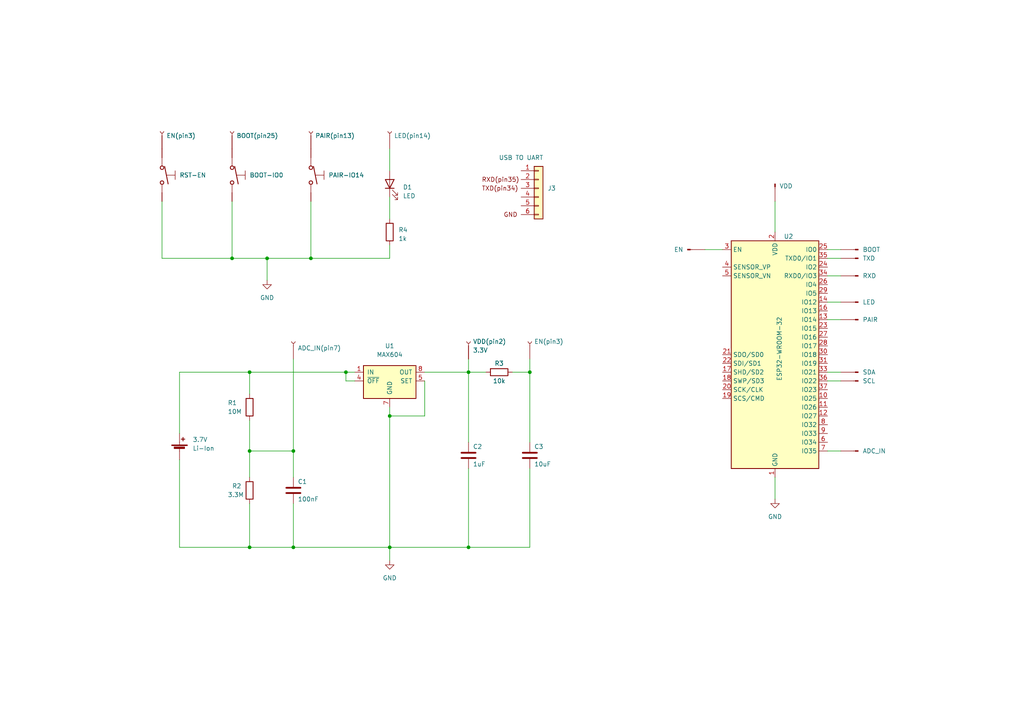
<source format=kicad_sch>
(kicad_sch (version 20230121) (generator eeschema)

  (uuid 59e138e6-7a4f-4e45-aef3-bc79353c10e7)

  (paper "A4")

  (title_block
    (title "airsens V3.0 proto")
    (date "2023-05-27")
    (rev "V3.0")
    (company "JOM52")
    (comment 1 "Nouvelle version avec association semi-automatique")
  )

  (lib_symbols
    (symbol "Analog_Switch:ADG417BR" (pin_names (offset 0.254)) (in_bom yes) (on_board yes)
      (property "Reference" "U?" (at 1.2701 -3.81 90)
        (effects (font (size 1.27 1.27)) (justify left) hide)
      )
      (property "Value" "ADG417BR" (at 8.89 -6.35 90)
        (effects (font (size 1.27 1.27)) (justify left) hide)
      )
      (property "Footprint" "Package_SO:SOIC-8_3.9x4.9mm_P1.27mm" (at -5.08 2.54 0)
        (effects (font (size 1.27 1.27)) hide)
      )
      (property "Datasheet" "https://www.analog.com/media/en/technical-documentation/data-sheets/ADG417.pdf" (at -7.62 -1.27 0)
        (effects (font (size 1.27 1.27)) hide)
      )
      (property "ki_keywords" "CMOS Analog Switch" (at 0 0 0)
        (effects (font (size 1.27 1.27)) hide)
      )
      (property "ki_description" "Single SPST Monolithic LC²MOS Analog Switch, normally OFF, 25Ohm Ron, SOIC-8" (at 0 0 0)
        (effects (font (size 1.27 1.27)) hide)
      )
      (property "ki_fp_filters" "SOIC*3.9x4.9mm*P1.27mm*" (at 0 0 0)
        (effects (font (size 1.27 1.27)) hide)
      )
      (symbol "ADG417BR_0_1"
        (polyline
          (pts
            (xy 0 1.27)
            (xy 0 3.81)
            (xy -1.27 3.81)
            (xy 1.27 3.81)
          )
          (stroke (width 0) (type default))
          (fill (type none))
        )
      )
      (symbol "ADG417BR_1_1"
        (circle (center -2.159 0) (radius 0.508)
          (stroke (width 0.254) (type default))
          (fill (type none))
        )
        (polyline
          (pts
            (xy -5.08 0)
            (xy -2.794 0)
          )
          (stroke (width 0) (type default))
          (fill (type none))
        )
        (polyline
          (pts
            (xy -2.54 0.762)
            (xy 2.54 1.778)
          )
          (stroke (width 0.254) (type default))
          (fill (type none))
        )
        (polyline
          (pts
            (xy 5.08 0)
            (xy 2.794 0)
          )
          (stroke (width 0) (type default))
          (fill (type none))
        )
        (circle (center 2.159 0) (radius 0.508)
          (stroke (width 0.254) (type default))
          (fill (type none))
        )
        (pin passive line (at -7.62 0 0) (length 2.54)
          (name "~" (effects (font (size 1.27 1.27))))
          (number "" (effects (font (size 1.27 1.27))))
        )
        (pin passive line (at 7.62 0 180) (length 2.54)
          (name "~" (effects (font (size 1.27 1.27))))
          (number "" (effects (font (size 1.27 1.27))))
        )
      )
      (symbol "ADG417BR_2_0"
        (pin no_connect line (at -2.54 10.16 270) (length 2.54) hide
          (name "NC" (effects (font (size 1.27 1.27))))
          (number "2" (effects (font (size 1.27 1.27))))
        )
        (pin power_in line (at 0 -12.7 90) (length 2.54)
          (name "GND" (effects (font (size 1.27 1.27))))
          (number "3" (effects (font (size 1.27 1.27))))
        )
        (pin power_in line (at 0 12.7 270) (length 2.54)
          (name "V+" (effects (font (size 1.27 1.27))))
          (number "4" (effects (font (size 1.27 1.27))))
        )
        (pin power_in line (at 2.54 12.7 270) (length 2.54)
          (name "VL" (effects (font (size 1.27 1.27))))
          (number "5" (effects (font (size 1.27 1.27))))
        )
        (pin power_in line (at 2.54 -12.7 90) (length 2.54)
          (name "V-" (effects (font (size 1.27 1.27))))
          (number "7" (effects (font (size 1.27 1.27))))
        )
      )
      (symbol "ADG417BR_2_1"
        (rectangle (start -3.81 10.16) (end 6.35 -10.16)
          (stroke (width 0.254) (type default))
          (fill (type background))
        )
      )
    )
    (symbol "Conn_01x01_Female_1" (pin_numbers hide) (pin_names (offset 1.016) hide) (in_bom yes) (on_board yes)
      (property "Reference" "J" (at 0 2.54 0)
        (effects (font (size 1.27 1.27)))
      )
      (property "Value" "Conn_01x01_Female_1" (at 0 -2.54 0)
        (effects (font (size 1.27 1.27)))
      )
      (property "Footprint" "" (at 0 0 0)
        (effects (font (size 1.27 1.27)) hide)
      )
      (property "Datasheet" "~" (at 0 0 0)
        (effects (font (size 1.27 1.27)) hide)
      )
      (property "ki_keywords" "connector" (at 0 0 0)
        (effects (font (size 1.27 1.27)) hide)
      )
      (property "ki_description" "Generic connector, single row, 01x01, script generated (kicad-library-utils/schlib/autogen/connector/)" (at 0 0 0)
        (effects (font (size 1.27 1.27)) hide)
      )
      (property "ki_fp_filters" "Connector*:*" (at 0 0 0)
        (effects (font (size 1.27 1.27)) hide)
      )
      (symbol "Conn_01x01_Female_1_1_1"
        (polyline
          (pts
            (xy -1.27 0)
            (xy -0.508 0)
          )
          (stroke (width 0.1524) (type default))
          (fill (type none))
        )
        (arc (start 0 0.508) (mid -0.5058 0) (end 0 -0.508)
          (stroke (width 0.1524) (type default))
          (fill (type none))
        )
        (pin passive line (at -5.08 0 0) (length 3.81)
          (name "Pin_1" (effects (font (size 1.27 1.27))))
          (number "1" (effects (font (size 1.27 1.27))))
        )
      )
    )
    (symbol "Conn_01x01_Female_2" (pin_numbers hide) (pin_names (offset 1.016) hide) (in_bom yes) (on_board yes)
      (property "Reference" "J" (at 0 2.54 0)
        (effects (font (size 1.27 1.27)))
      )
      (property "Value" "Conn_01x01_Female_2" (at 0 -2.54 0)
        (effects (font (size 1.27 1.27)))
      )
      (property "Footprint" "" (at 0 0 0)
        (effects (font (size 1.27 1.27)) hide)
      )
      (property "Datasheet" "~" (at 0 0 0)
        (effects (font (size 1.27 1.27)) hide)
      )
      (property "ki_keywords" "connector" (at 0 0 0)
        (effects (font (size 1.27 1.27)) hide)
      )
      (property "ki_description" "Generic connector, single row, 01x01, script generated (kicad-library-utils/schlib/autogen/connector/)" (at 0 0 0)
        (effects (font (size 1.27 1.27)) hide)
      )
      (property "ki_fp_filters" "Connector*:*" (at 0 0 0)
        (effects (font (size 1.27 1.27)) hide)
      )
      (symbol "Conn_01x01_Female_2_1_1"
        (polyline
          (pts
            (xy -1.27 0)
            (xy -0.508 0)
          )
          (stroke (width 0.1524) (type default))
          (fill (type none))
        )
        (arc (start 0 0.508) (mid -0.5058 0) (end 0 -0.508)
          (stroke (width 0.1524) (type default))
          (fill (type none))
        )
        (pin passive line (at -5.08 0 0) (length 3.81)
          (name "Pin_1" (effects (font (size 1.27 1.27))))
          (number "1" (effects (font (size 1.27 1.27))))
        )
      )
    )
    (symbol "Conn_01x01_Male_1" (pin_numbers hide) (pin_names (offset 1.016) hide) (in_bom yes) (on_board yes)
      (property "Reference" "J" (at 0 2.54 0)
        (effects (font (size 1.27 1.27)))
      )
      (property "Value" "Conn_01x01_Male_1" (at 0 -2.54 0)
        (effects (font (size 1.27 1.27)))
      )
      (property "Footprint" "" (at 0 0 0)
        (effects (font (size 1.27 1.27)) hide)
      )
      (property "Datasheet" "~" (at 0 0 0)
        (effects (font (size 1.27 1.27)) hide)
      )
      (property "ki_keywords" "connector" (at 0 0 0)
        (effects (font (size 1.27 1.27)) hide)
      )
      (property "ki_description" "Generic connector, single row, 01x01, script generated (kicad-library-utils/schlib/autogen/connector/)" (at 0 0 0)
        (effects (font (size 1.27 1.27)) hide)
      )
      (property "ki_fp_filters" "Connector*:*" (at 0 0 0)
        (effects (font (size 1.27 1.27)) hide)
      )
      (symbol "Conn_01x01_Male_1_1_1"
        (polyline
          (pts
            (xy 1.27 0)
            (xy 0.8636 0)
          )
          (stroke (width 0.1524) (type default))
          (fill (type none))
        )
        (rectangle (start 0.8636 0.127) (end 0 -0.127)
          (stroke (width 0.1524) (type default))
          (fill (type outline))
        )
        (pin passive line (at 5.08 0 180) (length 3.81)
          (name "Pin_1" (effects (font (size 1.27 1.27))))
          (number "1" (effects (font (size 1.27 1.27))))
        )
      )
    )
    (symbol "Conn_01x01_Male_3" (pin_numbers hide) (pin_names (offset 1.016) hide) (in_bom yes) (on_board yes)
      (property "Reference" "J" (at 0 2.54 0)
        (effects (font (size 1.27 1.27)))
      )
      (property "Value" "Conn_01x01_Male_3" (at 0 -2.54 0)
        (effects (font (size 1.27 1.27)))
      )
      (property "Footprint" "" (at 0 0 0)
        (effects (font (size 1.27 1.27)) hide)
      )
      (property "Datasheet" "~" (at 0 0 0)
        (effects (font (size 1.27 1.27)) hide)
      )
      (property "ki_keywords" "connector" (at 0 0 0)
        (effects (font (size 1.27 1.27)) hide)
      )
      (property "ki_description" "Generic connector, single row, 01x01, script generated (kicad-library-utils/schlib/autogen/connector/)" (at 0 0 0)
        (effects (font (size 1.27 1.27)) hide)
      )
      (property "ki_fp_filters" "Connector*:*" (at 0 0 0)
        (effects (font (size 1.27 1.27)) hide)
      )
      (symbol "Conn_01x01_Male_3_1_1"
        (polyline
          (pts
            (xy 1.27 0)
            (xy 0.8636 0)
          )
          (stroke (width 0.1524) (type default))
          (fill (type none))
        )
        (rectangle (start 0.8636 0.127) (end 0 -0.127)
          (stroke (width 0.1524) (type default))
          (fill (type outline))
        )
        (pin passive line (at 5.08 0 180) (length 3.81)
          (name "Pin_1" (effects (font (size 1.27 1.27))))
          (number "1" (effects (font (size 1.27 1.27))))
        )
      )
    )
    (symbol "Connector:Conn_01x01_Female" (pin_numbers hide) (pin_names (offset 1.016) hide) (in_bom yes) (on_board yes)
      (property "Reference" "J" (at 0 2.54 0)
        (effects (font (size 1.27 1.27)))
      )
      (property "Value" "Conn_01x01_Female" (at 0 -2.54 0)
        (effects (font (size 1.27 1.27)))
      )
      (property "Footprint" "" (at 0 0 0)
        (effects (font (size 1.27 1.27)) hide)
      )
      (property "Datasheet" "~" (at 0 0 0)
        (effects (font (size 1.27 1.27)) hide)
      )
      (property "ki_keywords" "connector" (at 0 0 0)
        (effects (font (size 1.27 1.27)) hide)
      )
      (property "ki_description" "Generic connector, single row, 01x01, script generated (kicad-library-utils/schlib/autogen/connector/)" (at 0 0 0)
        (effects (font (size 1.27 1.27)) hide)
      )
      (property "ki_fp_filters" "Connector*:*" (at 0 0 0)
        (effects (font (size 1.27 1.27)) hide)
      )
      (symbol "Conn_01x01_Female_1_1"
        (polyline
          (pts
            (xy -1.27 0)
            (xy -0.508 0)
          )
          (stroke (width 0.1524) (type default))
          (fill (type none))
        )
        (arc (start 0 0.508) (mid -0.5058 0) (end 0 -0.508)
          (stroke (width 0.1524) (type default))
          (fill (type none))
        )
        (pin passive line (at -5.08 0 0) (length 3.81)
          (name "Pin_1" (effects (font (size 1.27 1.27))))
          (number "1" (effects (font (size 1.27 1.27))))
        )
      )
    )
    (symbol "Connector:Conn_01x01_Male" (pin_numbers hide) (pin_names (offset 1.016) hide) (in_bom yes) (on_board yes)
      (property "Reference" "J" (at 0 2.54 0)
        (effects (font (size 1.27 1.27)))
      )
      (property "Value" "Conn_01x01_Male" (at 0 -2.54 0)
        (effects (font (size 1.27 1.27)))
      )
      (property "Footprint" "" (at 0 0 0)
        (effects (font (size 1.27 1.27)) hide)
      )
      (property "Datasheet" "~" (at 0 0 0)
        (effects (font (size 1.27 1.27)) hide)
      )
      (property "ki_keywords" "connector" (at 0 0 0)
        (effects (font (size 1.27 1.27)) hide)
      )
      (property "ki_description" "Generic connector, single row, 01x01, script generated (kicad-library-utils/schlib/autogen/connector/)" (at 0 0 0)
        (effects (font (size 1.27 1.27)) hide)
      )
      (property "ki_fp_filters" "Connector*:*" (at 0 0 0)
        (effects (font (size 1.27 1.27)) hide)
      )
      (symbol "Conn_01x01_Male_1_1"
        (polyline
          (pts
            (xy 1.27 0)
            (xy 0.8636 0)
          )
          (stroke (width 0.1524) (type default))
          (fill (type none))
        )
        (rectangle (start 0.8636 0.127) (end 0 -0.127)
          (stroke (width 0.1524) (type default))
          (fill (type outline))
        )
        (pin passive line (at 5.08 0 180) (length 3.81)
          (name "Pin_1" (effects (font (size 1.27 1.27))))
          (number "1" (effects (font (size 1.27 1.27))))
        )
      )
    )
    (symbol "Connector_Generic:Conn_01x06" (pin_names (offset 1.016) hide) (in_bom yes) (on_board yes)
      (property "Reference" "J3" (at 3.81 0 0)
        (effects (font (size 1.27 1.27)))
      )
      (property "Value" "USB TO UART" (at -5.08 8.89 0)
        (effects (font (size 1.27 1.27)))
      )
      (property "Footprint" "" (at 0 0 0)
        (effects (font (size 1.27 1.27)) hide)
      )
      (property "Datasheet" "~" (at 0 0 0)
        (effects (font (size 1.27 1.27)) hide)
      )
      (property "ki_keywords" "connector" (at 0 0 0)
        (effects (font (size 1.27 1.27)) hide)
      )
      (property "ki_description" "Generic connector, single row, 01x06, script generated (kicad-library-utils/schlib/autogen/connector/)" (at 0 0 0)
        (effects (font (size 1.27 1.27)) hide)
      )
      (property "ki_fp_filters" "Connector*:*_1x??_*" (at 0 0 0)
        (effects (font (size 1.27 1.27)) hide)
      )
      (symbol "Conn_01x06_0_0"
        (text "GND" (at -10.16 -7.62 0)
          (effects (font (size 1.27 1.27)) (justify left))
        )
        (text "RXD(pin35)" (at -16.51 2.54 0)
          (effects (font (size 1.27 1.27)) (justify left))
        )
        (text "TXD(pin34)" (at -16.51 0 0)
          (effects (font (size 1.27 1.27)) (justify left))
        )
      )
      (symbol "Conn_01x06_1_1"
        (rectangle (start -1.27 -7.493) (end 0 -7.747)
          (stroke (width 0.1524) (type default))
          (fill (type none))
        )
        (rectangle (start -1.27 -4.953) (end 0 -5.207)
          (stroke (width 0.1524) (type default))
          (fill (type none))
        )
        (rectangle (start -1.27 -2.413) (end 0 -2.667)
          (stroke (width 0.1524) (type default))
          (fill (type none))
        )
        (rectangle (start -1.27 0.127) (end 0 -0.127)
          (stroke (width 0.1524) (type default))
          (fill (type none))
        )
        (rectangle (start -1.27 2.667) (end 0 2.413)
          (stroke (width 0.1524) (type default))
          (fill (type none))
        )
        (rectangle (start -1.27 5.207) (end 0 4.953)
          (stroke (width 0.1524) (type default))
          (fill (type none))
        )
        (rectangle (start -1.27 6.35) (end 1.27 -8.89)
          (stroke (width 0.254) (type default))
          (fill (type background))
        )
        (pin passive line (at -5.08 5.08 0) (length 3.81)
          (name "Pin_1" (effects (font (size 1.27 1.27))))
          (number "1" (effects (font (size 1.27 1.27))))
        )
        (pin passive line (at -5.08 2.54 0) (length 3.81)
          (name "Pin_2" (effects (font (size 1.27 1.27))))
          (number "2" (effects (font (size 1.27 1.27))))
        )
        (pin passive line (at -5.08 0 0) (length 3.81)
          (name "Pin_3" (effects (font (size 1.27 1.27))))
          (number "3" (effects (font (size 1.27 1.27))))
        )
        (pin passive line (at -5.08 -2.54 0) (length 3.81)
          (name "Pin_4" (effects (font (size 1.27 1.27))))
          (number "4" (effects (font (size 1.27 1.27))))
        )
        (pin passive line (at -5.08 -5.08 0) (length 3.81)
          (name "Pin_5" (effects (font (size 1.27 1.27))))
          (number "5" (effects (font (size 1.27 1.27))))
        )
        (pin passive line (at -5.08 -7.62 0) (length 3.81)
          (name "Pin_6" (effects (font (size 1.27 1.27))))
          (number "6" (effects (font (size 1.27 1.27))))
        )
      )
    )
    (symbol "Device:Battery_Cell" (pin_numbers hide) (pin_names (offset 0) hide) (in_bom yes) (on_board yes)
      (property "Reference" "BT" (at 2.54 2.54 0)
        (effects (font (size 1.27 1.27)) (justify left))
      )
      (property "Value" "Battery_Cell" (at 2.54 0 0)
        (effects (font (size 1.27 1.27)) (justify left))
      )
      (property "Footprint" "" (at 0 1.524 90)
        (effects (font (size 1.27 1.27)) hide)
      )
      (property "Datasheet" "~" (at 0 1.524 90)
        (effects (font (size 1.27 1.27)) hide)
      )
      (property "ki_keywords" "battery cell" (at 0 0 0)
        (effects (font (size 1.27 1.27)) hide)
      )
      (property "ki_description" "Single-cell battery" (at 0 0 0)
        (effects (font (size 1.27 1.27)) hide)
      )
      (symbol "Battery_Cell_0_1"
        (rectangle (start -2.286 1.778) (end 2.286 1.524)
          (stroke (width 0) (type default))
          (fill (type outline))
        )
        (rectangle (start -1.5748 1.1938) (end 1.4732 0.6858)
          (stroke (width 0) (type default))
          (fill (type outline))
        )
        (polyline
          (pts
            (xy 0 0.762)
            (xy 0 0)
          )
          (stroke (width 0) (type default))
          (fill (type none))
        )
        (polyline
          (pts
            (xy 0 1.778)
            (xy 0 2.54)
          )
          (stroke (width 0) (type default))
          (fill (type none))
        )
        (polyline
          (pts
            (xy 0.508 3.429)
            (xy 1.524 3.429)
          )
          (stroke (width 0.254) (type default))
          (fill (type none))
        )
        (polyline
          (pts
            (xy 1.016 3.937)
            (xy 1.016 2.921)
          )
          (stroke (width 0.254) (type default))
          (fill (type none))
        )
      )
      (symbol "Battery_Cell_1_1"
        (pin passive line (at 0 5.08 270) (length 2.54)
          (name "+" (effects (font (size 1.27 1.27))))
          (number "1" (effects (font (size 1.27 1.27))))
        )
        (pin passive line (at 0 -2.54 90) (length 2.54)
          (name "-" (effects (font (size 1.27 1.27))))
          (number "2" (effects (font (size 1.27 1.27))))
        )
      )
    )
    (symbol "Device:C" (pin_numbers hide) (pin_names (offset 0.254)) (in_bom yes) (on_board yes)
      (property "Reference" "C" (at 0.635 2.54 0)
        (effects (font (size 1.27 1.27)) (justify left))
      )
      (property "Value" "C" (at 0.635 -2.54 0)
        (effects (font (size 1.27 1.27)) (justify left))
      )
      (property "Footprint" "" (at 0.9652 -3.81 0)
        (effects (font (size 1.27 1.27)) hide)
      )
      (property "Datasheet" "~" (at 0 0 0)
        (effects (font (size 1.27 1.27)) hide)
      )
      (property "ki_keywords" "cap capacitor" (at 0 0 0)
        (effects (font (size 1.27 1.27)) hide)
      )
      (property "ki_description" "Unpolarized capacitor" (at 0 0 0)
        (effects (font (size 1.27 1.27)) hide)
      )
      (property "ki_fp_filters" "C_*" (at 0 0 0)
        (effects (font (size 1.27 1.27)) hide)
      )
      (symbol "C_0_1"
        (polyline
          (pts
            (xy -2.032 -0.762)
            (xy 2.032 -0.762)
          )
          (stroke (width 0.508) (type default))
          (fill (type none))
        )
        (polyline
          (pts
            (xy -2.032 0.762)
            (xy 2.032 0.762)
          )
          (stroke (width 0.508) (type default))
          (fill (type none))
        )
      )
      (symbol "C_1_1"
        (pin passive line (at 0 3.81 270) (length 2.794)
          (name "~" (effects (font (size 1.27 1.27))))
          (number "1" (effects (font (size 1.27 1.27))))
        )
        (pin passive line (at 0 -3.81 90) (length 2.794)
          (name "~" (effects (font (size 1.27 1.27))))
          (number "2" (effects (font (size 1.27 1.27))))
        )
      )
    )
    (symbol "Device:LED" (pin_numbers hide) (pin_names (offset 1.016) hide) (in_bom yes) (on_board yes)
      (property "Reference" "D" (at 0 2.54 0)
        (effects (font (size 1.27 1.27)))
      )
      (property "Value" "LED" (at 0 -2.54 0)
        (effects (font (size 1.27 1.27)))
      )
      (property "Footprint" "" (at 0 0 0)
        (effects (font (size 1.27 1.27)) hide)
      )
      (property "Datasheet" "~" (at 0 0 0)
        (effects (font (size 1.27 1.27)) hide)
      )
      (property "ki_keywords" "LED diode" (at 0 0 0)
        (effects (font (size 1.27 1.27)) hide)
      )
      (property "ki_description" "Light emitting diode" (at 0 0 0)
        (effects (font (size 1.27 1.27)) hide)
      )
      (property "ki_fp_filters" "LED* LED_SMD:* LED_THT:*" (at 0 0 0)
        (effects (font (size 1.27 1.27)) hide)
      )
      (symbol "LED_0_1"
        (polyline
          (pts
            (xy -1.27 -1.27)
            (xy -1.27 1.27)
          )
          (stroke (width 0.254) (type default))
          (fill (type none))
        )
        (polyline
          (pts
            (xy -1.27 0)
            (xy 1.27 0)
          )
          (stroke (width 0) (type default))
          (fill (type none))
        )
        (polyline
          (pts
            (xy 1.27 -1.27)
            (xy 1.27 1.27)
            (xy -1.27 0)
            (xy 1.27 -1.27)
          )
          (stroke (width 0.254) (type default))
          (fill (type none))
        )
        (polyline
          (pts
            (xy -3.048 -0.762)
            (xy -4.572 -2.286)
            (xy -3.81 -2.286)
            (xy -4.572 -2.286)
            (xy -4.572 -1.524)
          )
          (stroke (width 0) (type default))
          (fill (type none))
        )
        (polyline
          (pts
            (xy -1.778 -0.762)
            (xy -3.302 -2.286)
            (xy -2.54 -2.286)
            (xy -3.302 -2.286)
            (xy -3.302 -1.524)
          )
          (stroke (width 0) (type default))
          (fill (type none))
        )
      )
      (symbol "LED_1_1"
        (pin passive line (at -3.81 0 0) (length 2.54)
          (name "K" (effects (font (size 1.27 1.27))))
          (number "1" (effects (font (size 1.27 1.27))))
        )
        (pin passive line (at 3.81 0 180) (length 2.54)
          (name "A" (effects (font (size 1.27 1.27))))
          (number "2" (effects (font (size 1.27 1.27))))
        )
      )
    )
    (symbol "Device:R" (pin_numbers hide) (pin_names (offset 0)) (in_bom yes) (on_board yes)
      (property "Reference" "R" (at 2.032 0 90)
        (effects (font (size 1.27 1.27)))
      )
      (property "Value" "R" (at 0 0 90)
        (effects (font (size 1.27 1.27)))
      )
      (property "Footprint" "" (at -1.778 0 90)
        (effects (font (size 1.27 1.27)) hide)
      )
      (property "Datasheet" "~" (at 0 0 0)
        (effects (font (size 1.27 1.27)) hide)
      )
      (property "ki_keywords" "R res resistor" (at 0 0 0)
        (effects (font (size 1.27 1.27)) hide)
      )
      (property "ki_description" "Resistor" (at 0 0 0)
        (effects (font (size 1.27 1.27)) hide)
      )
      (property "ki_fp_filters" "R_*" (at 0 0 0)
        (effects (font (size 1.27 1.27)) hide)
      )
      (symbol "R_0_1"
        (rectangle (start -1.016 -2.54) (end 1.016 2.54)
          (stroke (width 0.254) (type default))
          (fill (type none))
        )
      )
      (symbol "R_1_1"
        (pin passive line (at 0 3.81 270) (length 1.27)
          (name "~" (effects (font (size 1.27 1.27))))
          (number "1" (effects (font (size 1.27 1.27))))
        )
        (pin passive line (at 0 -3.81 90) (length 1.27)
          (name "~" (effects (font (size 1.27 1.27))))
          (number "2" (effects (font (size 1.27 1.27))))
        )
      )
    )
    (symbol "RF_Module:ESP32-WROOM-32" (in_bom yes) (on_board yes)
      (property "Reference" "U" (at -12.7 34.29 0)
        (effects (font (size 1.27 1.27)) (justify left))
      )
      (property "Value" "ESP32-WROOM-32" (at 1.27 34.29 0)
        (effects (font (size 1.27 1.27)) (justify left))
      )
      (property "Footprint" "RF_Module:ESP32-WROOM-32" (at 0 -38.1 0)
        (effects (font (size 1.27 1.27)) hide)
      )
      (property "Datasheet" "https://www.espressif.com/sites/default/files/documentation/esp32-wroom-32_datasheet_en.pdf" (at -7.62 1.27 0)
        (effects (font (size 1.27 1.27)) hide)
      )
      (property "ki_keywords" "RF Radio BT ESP ESP32 Espressif onboard PCB antenna" (at 0 0 0)
        (effects (font (size 1.27 1.27)) hide)
      )
      (property "ki_description" "RF Module, ESP32-D0WDQ6 SoC, Wi-Fi 802.11b/g/n, Bluetooth, BLE, 32-bit, 2.7-3.6V, onboard antenna, SMD" (at 0 0 0)
        (effects (font (size 1.27 1.27)) hide)
      )
      (property "ki_fp_filters" "ESP32?WROOM?32*" (at 0 0 0)
        (effects (font (size 1.27 1.27)) hide)
      )
      (symbol "ESP32-WROOM-32_0_1"
        (rectangle (start -12.7 33.02) (end 12.7 -33.02)
          (stroke (width 0.254) (type default))
          (fill (type background))
        )
      )
      (symbol "ESP32-WROOM-32_1_1"
        (pin power_in line (at 0 -35.56 90) (length 2.54)
          (name "GND" (effects (font (size 1.27 1.27))))
          (number "1" (effects (font (size 1.27 1.27))))
        )
        (pin bidirectional line (at 15.24 -12.7 180) (length 2.54)
          (name "IO25" (effects (font (size 1.27 1.27))))
          (number "10" (effects (font (size 1.27 1.27))))
        )
        (pin bidirectional line (at 15.24 -15.24 180) (length 2.54)
          (name "IO26" (effects (font (size 1.27 1.27))))
          (number "11" (effects (font (size 1.27 1.27))))
        )
        (pin bidirectional line (at 15.24 -17.78 180) (length 2.54)
          (name "IO27" (effects (font (size 1.27 1.27))))
          (number "12" (effects (font (size 1.27 1.27))))
        )
        (pin bidirectional line (at 15.24 10.16 180) (length 2.54)
          (name "IO14" (effects (font (size 1.27 1.27))))
          (number "13" (effects (font (size 1.27 1.27))))
        )
        (pin bidirectional line (at 15.24 15.24 180) (length 2.54)
          (name "IO12" (effects (font (size 1.27 1.27))))
          (number "14" (effects (font (size 1.27 1.27))))
        )
        (pin passive line (at 0 -35.56 90) (length 2.54) hide
          (name "GND" (effects (font (size 1.27 1.27))))
          (number "15" (effects (font (size 1.27 1.27))))
        )
        (pin bidirectional line (at 15.24 12.7 180) (length 2.54)
          (name "IO13" (effects (font (size 1.27 1.27))))
          (number "16" (effects (font (size 1.27 1.27))))
        )
        (pin bidirectional line (at -15.24 -5.08 0) (length 2.54)
          (name "SHD/SD2" (effects (font (size 1.27 1.27))))
          (number "17" (effects (font (size 1.27 1.27))))
        )
        (pin bidirectional line (at -15.24 -7.62 0) (length 2.54)
          (name "SWP/SD3" (effects (font (size 1.27 1.27))))
          (number "18" (effects (font (size 1.27 1.27))))
        )
        (pin bidirectional line (at -15.24 -12.7 0) (length 2.54)
          (name "SCS/CMD" (effects (font (size 1.27 1.27))))
          (number "19" (effects (font (size 1.27 1.27))))
        )
        (pin power_in line (at 0 35.56 270) (length 2.54)
          (name "VDD" (effects (font (size 1.27 1.27))))
          (number "2" (effects (font (size 1.27 1.27))))
        )
        (pin bidirectional line (at -15.24 -10.16 0) (length 2.54)
          (name "SCK/CLK" (effects (font (size 1.27 1.27))))
          (number "20" (effects (font (size 1.27 1.27))))
        )
        (pin bidirectional line (at -15.24 0 0) (length 2.54)
          (name "SDO/SD0" (effects (font (size 1.27 1.27))))
          (number "21" (effects (font (size 1.27 1.27))))
        )
        (pin bidirectional line (at -15.24 -2.54 0) (length 2.54)
          (name "SDI/SD1" (effects (font (size 1.27 1.27))))
          (number "22" (effects (font (size 1.27 1.27))))
        )
        (pin bidirectional line (at 15.24 7.62 180) (length 2.54)
          (name "IO15" (effects (font (size 1.27 1.27))))
          (number "23" (effects (font (size 1.27 1.27))))
        )
        (pin bidirectional line (at 15.24 25.4 180) (length 2.54)
          (name "IO2" (effects (font (size 1.27 1.27))))
          (number "24" (effects (font (size 1.27 1.27))))
        )
        (pin bidirectional line (at 15.24 30.48 180) (length 2.54)
          (name "IO0" (effects (font (size 1.27 1.27))))
          (number "25" (effects (font (size 1.27 1.27))))
        )
        (pin bidirectional line (at 15.24 20.32 180) (length 2.54)
          (name "IO4" (effects (font (size 1.27 1.27))))
          (number "26" (effects (font (size 1.27 1.27))))
        )
        (pin bidirectional line (at 15.24 5.08 180) (length 2.54)
          (name "IO16" (effects (font (size 1.27 1.27))))
          (number "27" (effects (font (size 1.27 1.27))))
        )
        (pin bidirectional line (at 15.24 2.54 180) (length 2.54)
          (name "IO17" (effects (font (size 1.27 1.27))))
          (number "28" (effects (font (size 1.27 1.27))))
        )
        (pin bidirectional line (at 15.24 17.78 180) (length 2.54)
          (name "IO5" (effects (font (size 1.27 1.27))))
          (number "29" (effects (font (size 1.27 1.27))))
        )
        (pin input line (at -15.24 30.48 0) (length 2.54)
          (name "EN" (effects (font (size 1.27 1.27))))
          (number "3" (effects (font (size 1.27 1.27))))
        )
        (pin bidirectional line (at 15.24 0 180) (length 2.54)
          (name "IO18" (effects (font (size 1.27 1.27))))
          (number "30" (effects (font (size 1.27 1.27))))
        )
        (pin bidirectional line (at 15.24 -2.54 180) (length 2.54)
          (name "IO19" (effects (font (size 1.27 1.27))))
          (number "31" (effects (font (size 1.27 1.27))))
        )
        (pin no_connect line (at -12.7 -27.94 0) (length 2.54) hide
          (name "NC" (effects (font (size 1.27 1.27))))
          (number "32" (effects (font (size 1.27 1.27))))
        )
        (pin bidirectional line (at 15.24 -5.08 180) (length 2.54)
          (name "IO21" (effects (font (size 1.27 1.27))))
          (number "33" (effects (font (size 1.27 1.27))))
        )
        (pin bidirectional line (at 15.24 22.86 180) (length 2.54)
          (name "RXD0/IO3" (effects (font (size 1.27 1.27))))
          (number "34" (effects (font (size 1.27 1.27))))
        )
        (pin bidirectional line (at 15.24 27.94 180) (length 2.54)
          (name "TXD0/IO1" (effects (font (size 1.27 1.27))))
          (number "35" (effects (font (size 1.27 1.27))))
        )
        (pin bidirectional line (at 15.24 -7.62 180) (length 2.54)
          (name "IO22" (effects (font (size 1.27 1.27))))
          (number "36" (effects (font (size 1.27 1.27))))
        )
        (pin bidirectional line (at 15.24 -10.16 180) (length 2.54)
          (name "IO23" (effects (font (size 1.27 1.27))))
          (number "37" (effects (font (size 1.27 1.27))))
        )
        (pin passive line (at 0 -35.56 90) (length 2.54) hide
          (name "GND" (effects (font (size 1.27 1.27))))
          (number "38" (effects (font (size 1.27 1.27))))
        )
        (pin passive line (at 0 -35.56 90) (length 2.54) hide
          (name "GND" (effects (font (size 1.27 1.27))))
          (number "39" (effects (font (size 1.27 1.27))))
        )
        (pin input line (at -15.24 25.4 0) (length 2.54)
          (name "SENSOR_VP" (effects (font (size 1.27 1.27))))
          (number "4" (effects (font (size 1.27 1.27))))
        )
        (pin input line (at -15.24 22.86 0) (length 2.54)
          (name "SENSOR_VN" (effects (font (size 1.27 1.27))))
          (number "5" (effects (font (size 1.27 1.27))))
        )
        (pin input line (at 15.24 -25.4 180) (length 2.54)
          (name "IO34" (effects (font (size 1.27 1.27))))
          (number "6" (effects (font (size 1.27 1.27))))
        )
        (pin input line (at 15.24 -27.94 180) (length 2.54)
          (name "IO35" (effects (font (size 1.27 1.27))))
          (number "7" (effects (font (size 1.27 1.27))))
        )
        (pin bidirectional line (at 15.24 -20.32 180) (length 2.54)
          (name "IO32" (effects (font (size 1.27 1.27))))
          (number "8" (effects (font (size 1.27 1.27))))
        )
        (pin bidirectional line (at 15.24 -22.86 180) (length 2.54)
          (name "IO33" (effects (font (size 1.27 1.27))))
          (number "9" (effects (font (size 1.27 1.27))))
        )
      )
    )
    (symbol "Regulator_Linear:MAX604" (pin_names (offset 1.016)) (in_bom yes) (on_board yes)
      (property "Reference" "U" (at -6.35 5.715 0)
        (effects (font (size 1.27 1.27)))
      )
      (property "Value" "MAX604" (at 0 5.715 0)
        (effects (font (size 1.27 1.27)) (justify left))
      )
      (property "Footprint" "" (at 0 8.255 0)
        (effects (font (size 1.27 1.27) italic) hide)
      )
      (property "Datasheet" "http://datasheets.maximintegrated.com/en/ds/MAX603-MAX604.pdf" (at 0 -1.27 0)
        (effects (font (size 1.27 1.27)) hide)
      )
      (property "ki_keywords" "Linear LDO Regulator 500mA 3.3V fixed" (at 0 0 0)
        (effects (font (size 1.27 1.27)) hide)
      )
      (property "ki_description" "500mA Linear LDO Regulator, Fixed Output 3.3V, DIP-8/SO-8" (at 0 0 0)
        (effects (font (size 1.27 1.27)) hide)
      )
      (property "ki_fp_filters" "DIP*W7.62mm* SOIC*3.9x4.9mm*P1.27mm*" (at 0 0 0)
        (effects (font (size 1.27 1.27)) hide)
      )
      (symbol "MAX604_0_1"
        (rectangle (start -7.62 4.445) (end 7.62 -5.08)
          (stroke (width 0.254) (type default))
          (fill (type background))
        )
      )
      (symbol "MAX604_1_1"
        (pin power_in line (at -10.16 2.54 0) (length 2.54)
          (name "IN" (effects (font (size 1.27 1.27))))
          (number "1" (effects (font (size 1.27 1.27))))
        )
        (pin passive line (at 0 -7.62 90) (length 2.54) hide
          (name "GND" (effects (font (size 1.27 1.27))))
          (number "2" (effects (font (size 1.27 1.27))))
        )
        (pin passive line (at 0 -7.62 90) (length 2.54) hide
          (name "GND" (effects (font (size 1.27 1.27))))
          (number "3" (effects (font (size 1.27 1.27))))
        )
        (pin input line (at -10.16 0 0) (length 2.54)
          (name "~{OFF}" (effects (font (size 1.27 1.27))))
          (number "4" (effects (font (size 1.27 1.27))))
        )
        (pin passive line (at 10.16 0 180) (length 2.54)
          (name "SET" (effects (font (size 1.27 1.27))))
          (number "5" (effects (font (size 1.27 1.27))))
        )
        (pin passive line (at 0 -7.62 90) (length 2.54) hide
          (name "GND" (effects (font (size 1.27 1.27))))
          (number "6" (effects (font (size 1.27 1.27))))
        )
        (pin power_in line (at 0 -7.62 90) (length 2.54)
          (name "GND" (effects (font (size 1.27 1.27))))
          (number "7" (effects (font (size 1.27 1.27))))
        )
        (pin power_out line (at 10.16 2.54 180) (length 2.54)
          (name "OUT" (effects (font (size 1.27 1.27))))
          (number "8" (effects (font (size 1.27 1.27))))
        )
      )
    )
    (symbol "power:GND" (power) (pin_names (offset 0)) (in_bom yes) (on_board yes)
      (property "Reference" "#PWR" (at 0 -6.35 0)
        (effects (font (size 1.27 1.27)) hide)
      )
      (property "Value" "GND" (at 0 -3.81 0)
        (effects (font (size 1.27 1.27)))
      )
      (property "Footprint" "" (at 0 0 0)
        (effects (font (size 1.27 1.27)) hide)
      )
      (property "Datasheet" "" (at 0 0 0)
        (effects (font (size 1.27 1.27)) hide)
      )
      (property "ki_keywords" "power-flag" (at 0 0 0)
        (effects (font (size 1.27 1.27)) hide)
      )
      (property "ki_description" "Power symbol creates a global label with name \"GND\" , ground" (at 0 0 0)
        (effects (font (size 1.27 1.27)) hide)
      )
      (symbol "GND_0_1"
        (polyline
          (pts
            (xy 0 0)
            (xy 0 -1.27)
            (xy 1.27 -1.27)
            (xy 0 -2.54)
            (xy -1.27 -1.27)
            (xy 0 -1.27)
          )
          (stroke (width 0) (type default))
          (fill (type none))
        )
      )
      (symbol "GND_1_1"
        (pin power_in line (at 0 0 270) (length 0) hide
          (name "GND" (effects (font (size 1.27 1.27))))
          (number "1" (effects (font (size 1.27 1.27))))
        )
      )
    )
  )

  (junction (at 67.31 74.93) (diameter 0) (color 0 0 0 0)
    (uuid 1d892ec6-01a8-46b0-89ed-ecbdbd4ce449)
  )
  (junction (at 72.39 158.75) (diameter 0) (color 0 0 0 0)
    (uuid 23f870f5-657a-409c-88e6-b4e7dcbe198d)
  )
  (junction (at 85.09 158.75) (diameter 0) (color 0 0 0 0)
    (uuid 330559f3-5d4d-4ee1-9c67-9f97d8cc9311)
  )
  (junction (at 113.03 120.65) (diameter 0) (color 0 0 0 0)
    (uuid 405ac5f9-4485-40bf-88ef-fd676eb4bd23)
  )
  (junction (at 72.39 107.95) (diameter 0) (color 0 0 0 0)
    (uuid 4e8df9b8-5eef-467d-9b0b-70be111740c9)
  )
  (junction (at 100.33 107.95) (diameter 0) (color 0 0 0 0)
    (uuid 60819ca8-a37d-4206-815d-b4c616a8bbfe)
  )
  (junction (at 153.67 107.95) (diameter 0) (color 0 0 0 0)
    (uuid 85d13a89-c835-4fa6-8484-dc5a180077f2)
  )
  (junction (at 113.03 158.75) (diameter 0) (color 0 0 0 0)
    (uuid 89443180-176a-451e-90bb-ea270bccdc5f)
  )
  (junction (at 90.17 74.93) (diameter 0) (color 0 0 0 0)
    (uuid 967629c4-966e-4da3-b5c5-fdbc8dc9fdfe)
  )
  (junction (at 135.89 158.75) (diameter 0) (color 0 0 0 0)
    (uuid ce023fd4-b74b-492a-a1fd-63d3cc66e3b6)
  )
  (junction (at 77.47 74.93) (diameter 0) (color 0 0 0 0)
    (uuid d1171917-305f-4d03-8739-0736ca0e58a0)
  )
  (junction (at 72.39 130.81) (diameter 0) (color 0 0 0 0)
    (uuid d4f1ac6f-e502-4674-b105-67a21f3a5153)
  )
  (junction (at 85.09 130.81) (diameter 0) (color 0 0 0 0)
    (uuid dcad4c0d-49ba-447d-b6d7-c4e0df87450c)
  )
  (junction (at 135.89 107.95) (diameter 0) (color 0 0 0 0)
    (uuid e0d564dc-a256-4dc7-849e-f355652d6cdc)
  )

  (wire (pts (xy 85.09 104.14) (xy 85.09 130.81))
    (stroke (width 0) (type default))
    (uuid 023cba9e-a358-450d-ac4f-cdc37f778475)
  )
  (wire (pts (xy 77.47 74.93) (xy 77.47 81.28))
    (stroke (width 0) (type default))
    (uuid 09208526-924e-4ea8-a401-e6ad83a1cf16)
  )
  (wire (pts (xy 224.79 138.43) (xy 224.79 144.78))
    (stroke (width 0) (type default))
    (uuid 0ac8b627-a52c-4d23-b76f-bb43007fc729)
  )
  (wire (pts (xy 102.87 110.49) (xy 100.33 110.49))
    (stroke (width 0) (type default))
    (uuid 14ed5c55-4d3f-45ea-9660-56a7902be81f)
  )
  (wire (pts (xy 46.99 74.93) (xy 67.31 74.93))
    (stroke (width 0) (type default))
    (uuid 196f127e-a85f-4a35-9c0b-b9d84585ad8e)
  )
  (wire (pts (xy 46.99 58.42) (xy 46.99 74.93))
    (stroke (width 0) (type default))
    (uuid 1c1390c4-9c0c-4009-83e6-2590404b3b04)
  )
  (wire (pts (xy 153.67 104.14) (xy 153.67 107.95))
    (stroke (width 0) (type default))
    (uuid 1c42cbe2-4802-4f06-a832-05e9e3fbb651)
  )
  (wire (pts (xy 135.89 104.14) (xy 135.89 107.95))
    (stroke (width 0) (type default))
    (uuid 1e422ba2-864f-4f03-8d37-443052ec1016)
  )
  (wire (pts (xy 100.33 107.95) (xy 102.87 107.95))
    (stroke (width 0) (type default))
    (uuid 1f501250-3208-4297-9470-6e55fb73abf8)
  )
  (wire (pts (xy 113.03 57.15) (xy 113.03 63.5))
    (stroke (width 0) (type default))
    (uuid 204bee7a-c608-4134-ad34-d8be4189e36c)
  )
  (wire (pts (xy 72.39 130.81) (xy 85.09 130.81))
    (stroke (width 0) (type default))
    (uuid 24543f9a-520c-421e-b4c1-0e27dc71c244)
  )
  (wire (pts (xy 113.03 158.75) (xy 113.03 162.56))
    (stroke (width 0) (type default))
    (uuid 24d48439-5ea3-4843-ae91-d3fab3a75233)
  )
  (wire (pts (xy 113.03 120.65) (xy 123.19 120.65))
    (stroke (width 0) (type default))
    (uuid 356c9cca-83e9-4a09-9f16-43230dfefa37)
  )
  (wire (pts (xy 135.89 107.95) (xy 135.89 128.27))
    (stroke (width 0) (type default))
    (uuid 3d6e28fb-8896-41c4-b082-6c563f6f504d)
  )
  (wire (pts (xy 52.07 125.73) (xy 52.07 107.95))
    (stroke (width 0) (type default))
    (uuid 3e09e642-ac80-4f7a-8de8-95055a12f7da)
  )
  (wire (pts (xy 240.03 110.49) (xy 243.84 110.49))
    (stroke (width 0) (type default))
    (uuid 421ba4b4-e59f-4ac6-843b-95b68f6c1273)
  )
  (wire (pts (xy 113.03 71.12) (xy 113.03 74.93))
    (stroke (width 0) (type default))
    (uuid 44a13628-aa8e-46d6-bdeb-bccd3a477495)
  )
  (wire (pts (xy 153.67 107.95) (xy 153.67 128.27))
    (stroke (width 0) (type default))
    (uuid 4553ad5c-59e9-4a2f-b7dc-005568124c1c)
  )
  (wire (pts (xy 85.09 158.75) (xy 113.03 158.75))
    (stroke (width 0) (type default))
    (uuid 4b75ec41-6413-4439-a0e5-93b36f34ebcd)
  )
  (wire (pts (xy 123.19 107.95) (xy 135.89 107.95))
    (stroke (width 0) (type default))
    (uuid 4d34bfce-7aec-46db-9385-d060c5698a6f)
  )
  (wire (pts (xy 113.03 118.11) (xy 113.03 120.65))
    (stroke (width 0) (type default))
    (uuid 5055d6d2-a6a5-432b-8dd0-a35f576b7638)
  )
  (wire (pts (xy 100.33 107.95) (xy 100.33 110.49))
    (stroke (width 0) (type default))
    (uuid 60f1d490-5f5b-4a23-ba83-8a1f0d0d993d)
  )
  (wire (pts (xy 240.03 80.01) (xy 243.84 80.01))
    (stroke (width 0) (type default))
    (uuid 6238224e-0703-419c-90a3-b2ca62fb6518)
  )
  (wire (pts (xy 240.03 87.63) (xy 243.84 87.63))
    (stroke (width 0) (type default))
    (uuid 6918af2f-4ec6-4b82-8bf9-d4807801533b)
  )
  (wire (pts (xy 67.31 58.42) (xy 67.31 74.93))
    (stroke (width 0) (type default))
    (uuid 69f3f3bb-d88b-4970-95e5-4f0477209228)
  )
  (wire (pts (xy 90.17 58.42) (xy 90.17 74.93))
    (stroke (width 0) (type default))
    (uuid 7483128c-fb76-435a-924e-37b4faac98a6)
  )
  (wire (pts (xy 113.03 74.93) (xy 90.17 74.93))
    (stroke (width 0) (type default))
    (uuid 7888b25d-fc09-4dcd-918c-22dd3dc1d353)
  )
  (wire (pts (xy 113.03 120.65) (xy 113.03 158.75))
    (stroke (width 0) (type default))
    (uuid 7aee47de-5235-4eb9-b537-0dad865a3ad4)
  )
  (wire (pts (xy 90.17 74.93) (xy 77.47 74.93))
    (stroke (width 0) (type default))
    (uuid 805891b3-175f-4a32-9ae7-2121326c2e6e)
  )
  (wire (pts (xy 113.03 158.75) (xy 135.89 158.75))
    (stroke (width 0) (type default))
    (uuid 813d4818-60b1-49ab-a459-8ca4be826790)
  )
  (wire (pts (xy 148.59 107.95) (xy 153.67 107.95))
    (stroke (width 0) (type default))
    (uuid 8658386f-37c6-4f2c-aaea-da1f8e94e4eb)
  )
  (wire (pts (xy 72.39 107.95) (xy 72.39 114.3))
    (stroke (width 0) (type default))
    (uuid 88a039e5-0688-4bd2-be55-e5c57a6ca898)
  )
  (wire (pts (xy 135.89 107.95) (xy 140.97 107.95))
    (stroke (width 0) (type default))
    (uuid 899b9d21-f1d2-4dbf-afcd-820f35a209cc)
  )
  (wire (pts (xy 135.89 135.89) (xy 135.89 158.75))
    (stroke (width 0) (type default))
    (uuid 89afb290-b0ff-42fa-ae03-51c73e48d3aa)
  )
  (wire (pts (xy 72.39 158.75) (xy 85.09 158.75))
    (stroke (width 0) (type default))
    (uuid 8d9ff24c-215b-49c7-a743-f15041e488b2)
  )
  (wire (pts (xy 153.67 158.75) (xy 135.89 158.75))
    (stroke (width 0) (type default))
    (uuid 90e7ca8c-0c4f-46d3-ba1c-ab94968b380d)
  )
  (wire (pts (xy 224.79 58.42) (xy 224.79 67.31))
    (stroke (width 0) (type default))
    (uuid 98e05f24-d18f-4407-b322-c42cfb22f744)
  )
  (wire (pts (xy 240.03 107.95) (xy 243.84 107.95))
    (stroke (width 0) (type default))
    (uuid a6f15540-4aac-4e1d-9bb4-675bcff748a7)
  )
  (wire (pts (xy 72.39 130.81) (xy 72.39 138.43))
    (stroke (width 0) (type default))
    (uuid a9b3e0f1-743d-44a8-a9bc-2e94b0d25fac)
  )
  (wire (pts (xy 72.39 121.92) (xy 72.39 130.81))
    (stroke (width 0) (type default))
    (uuid abafd314-77e6-44bc-8f67-fff3cb67f543)
  )
  (wire (pts (xy 67.31 74.93) (xy 77.47 74.93))
    (stroke (width 0) (type default))
    (uuid abbc5cae-94f6-4fa3-a858-bbf073664a37)
  )
  (wire (pts (xy 240.03 74.93) (xy 243.84 74.93))
    (stroke (width 0) (type default))
    (uuid afc8add8-fb41-461d-a7da-4fa500855643)
  )
  (wire (pts (xy 85.09 146.05) (xy 85.09 158.75))
    (stroke (width 0) (type default))
    (uuid afecd56d-a080-4aeb-ae94-679761abd773)
  )
  (wire (pts (xy 153.67 135.89) (xy 153.67 158.75))
    (stroke (width 0) (type default))
    (uuid b06a9597-00e2-46bd-8833-e525db5d438c)
  )
  (wire (pts (xy 52.07 133.35) (xy 52.07 158.75))
    (stroke (width 0) (type default))
    (uuid b1b12547-a735-4c22-905c-d9c94d4ab55d)
  )
  (wire (pts (xy 52.07 158.75) (xy 72.39 158.75))
    (stroke (width 0) (type default))
    (uuid b8694f9b-fe3a-4167-b7e8-8d2e9f689812)
  )
  (wire (pts (xy 240.03 92.71) (xy 243.84 92.71))
    (stroke (width 0) (type default))
    (uuid b887a05f-a1a2-46cb-bdcc-e39861fb66dc)
  )
  (wire (pts (xy 123.19 110.49) (xy 123.19 120.65))
    (stroke (width 0) (type default))
    (uuid c0df00f0-e3e3-49e5-9103-885fa3f3530c)
  )
  (wire (pts (xy 72.39 146.05) (xy 72.39 158.75))
    (stroke (width 0) (type default))
    (uuid cd33fc2a-e5cb-4631-9d00-7a88818ce5df)
  )
  (wire (pts (xy 85.09 130.81) (xy 85.09 138.43))
    (stroke (width 0) (type default))
    (uuid d18f8089-9044-4dd0-b6bc-a3a371b53859)
  )
  (wire (pts (xy 72.39 107.95) (xy 100.33 107.95))
    (stroke (width 0) (type default))
    (uuid d633fef7-2790-4142-84c7-65e78ccf7981)
  )
  (wire (pts (xy 52.07 107.95) (xy 72.39 107.95))
    (stroke (width 0) (type default))
    (uuid e127111a-a904-4b68-8b3d-b81961a146aa)
  )
  (wire (pts (xy 240.03 130.81) (xy 243.84 130.81))
    (stroke (width 0) (type default))
    (uuid e5e6d809-361c-4c60-a9ec-e139447972db)
  )
  (wire (pts (xy 113.03 43.18) (xy 113.03 49.53))
    (stroke (width 0) (type default))
    (uuid e9219319-85c6-4129-93fb-8c53681ecdcb)
  )
  (wire (pts (xy 204.47 72.39) (xy 209.55 72.39))
    (stroke (width 0) (type default))
    (uuid f18a2f35-e2a3-4a36-a16d-aa3e2ce34553)
  )
  (wire (pts (xy 240.03 72.39) (xy 243.84 72.39))
    (stroke (width 0) (type default))
    (uuid ffb5a3d2-739f-4540-af2b-15c752c748a3)
  )

  (symbol (lib_id "Device:C") (at 85.09 142.24 0) (unit 1)
    (in_bom yes) (on_board yes) (dnp no)
    (uuid 049dc504-80b1-44c4-a7a9-fb6850f068f3)
    (property "Reference" "C1" (at 86.36 139.7 0)
      (effects (font (size 1.27 1.27)) (justify left))
    )
    (property "Value" "100nF" (at 86.36 144.78 0)
      (effects (font (size 1.27 1.27)) (justify left))
    )
    (property "Footprint" "" (at 86.0552 146.05 0)
      (effects (font (size 1.27 1.27)) hide)
    )
    (property "Datasheet" "~" (at 85.09 142.24 0)
      (effects (font (size 1.27 1.27)) hide)
    )
    (pin "1" (uuid 98b3033b-e79b-477c-958d-9aad1eb31c0b))
    (pin "2" (uuid e8dd3513-bcd7-4517-8f0f-6b2bf8f270f6))
    (instances
      (project "airsens_v3_0"
        (path "/59e138e6-7a4f-4e45-aef3-bc79353c10e7"
          (reference "C1") (unit 1)
        )
      )
    )
  )

  (symbol (lib_id "Device:Battery_Cell") (at 52.07 130.81 0) (unit 1)
    (in_bom yes) (on_board yes) (dnp no) (fields_autoplaced)
    (uuid 081bcf58-85f5-4f9c-9cf2-9102b6ae6e16)
    (property "Reference" "3.7V" (at 55.88 127.5079 0)
      (effects (font (size 1.27 1.27)) (justify left))
    )
    (property "Value" "Li-Ion" (at 55.88 130.0479 0)
      (effects (font (size 1.27 1.27)) (justify left))
    )
    (property "Footprint" "" (at 52.07 129.286 90)
      (effects (font (size 1.27 1.27)) hide)
    )
    (property "Datasheet" "~" (at 52.07 129.286 90)
      (effects (font (size 1.27 1.27)) hide)
    )
    (pin "1" (uuid 505edbcc-8050-4c8e-b8da-07b1d69ff83f))
    (pin "2" (uuid 3752f9fb-46ca-4e6e-ae91-b41588394b16))
    (instances
      (project "airsens_v3_0"
        (path "/59e138e6-7a4f-4e45-aef3-bc79353c10e7"
          (reference "3.7V") (unit 1)
        )
      )
    )
  )

  (symbol (lib_id "Device:R") (at 113.03 67.31 0) (unit 1)
    (in_bom yes) (on_board yes) (dnp no) (fields_autoplaced)
    (uuid 0e40c406-80dc-4df7-8047-38efd25d6c92)
    (property "Reference" "R4" (at 115.57 66.675 0)
      (effects (font (size 1.27 1.27)) (justify left))
    )
    (property "Value" "1k" (at 115.57 69.215 0)
      (effects (font (size 1.27 1.27)) (justify left))
    )
    (property "Footprint" "" (at 111.252 67.31 90)
      (effects (font (size 1.27 1.27)) hide)
    )
    (property "Datasheet" "~" (at 113.03 67.31 0)
      (effects (font (size 1.27 1.27)) hide)
    )
    (pin "1" (uuid 1f6bb1d7-70ec-4f2b-86ad-2547a33e2ec1))
    (pin "2" (uuid a84b876b-b448-49c8-b1d4-6900a5986606))
    (instances
      (project "airsens_v3_0"
        (path "/59e138e6-7a4f-4e45-aef3-bc79353c10e7"
          (reference "R4") (unit 1)
        )
      )
    )
  )

  (symbol (lib_id "RF_Module:ESP32-WROOM-32") (at 224.79 102.87 0) (unit 1)
    (in_bom yes) (on_board yes) (dnp no)
    (uuid 14436b13-70ef-4f45-9dea-b056ee84e63d)
    (property "Reference" "U2" (at 227.33 68.58 0)
      (effects (font (size 1.27 1.27)) (justify left))
    )
    (property "Value" "ESP32-WROOM-32" (at 226.06 110.49 90)
      (effects (font (size 1.27 1.27)) (justify left))
    )
    (property "Footprint" "RF_Module:ESP32-WROOM-32" (at 224.79 140.97 0)
      (effects (font (size 1.27 1.27)) hide)
    )
    (property "Datasheet" "https://www.espressif.com/sites/default/files/documentation/esp32-wroom-32_datasheet_en.pdf" (at 217.17 101.6 0)
      (effects (font (size 1.27 1.27)) hide)
    )
    (pin "1" (uuid bba29bc8-ae67-40ac-83f8-66080f460853))
    (pin "10" (uuid b9ab94b7-4c3b-4992-94dd-8dac6013f022))
    (pin "11" (uuid 5ed223fa-69a7-43a8-a1ed-e7a1a780781c))
    (pin "12" (uuid 2c547133-f827-4a9a-a367-ab9d9bff9031))
    (pin "13" (uuid da0acb8c-935c-4c25-859c-395a03c4d54f))
    (pin "14" (uuid c8ed9730-78e4-4ced-84c0-c99b0b862885))
    (pin "15" (uuid ff92e8a5-25c7-46f9-b261-d3fa20bf4263))
    (pin "16" (uuid 74381c15-71bc-487c-9a4e-bdf44dab9d7c))
    (pin "17" (uuid 93d4363f-4066-4191-af2a-44d9204eb400))
    (pin "18" (uuid 2dc9cf40-cd17-4046-b098-41ea4858a905))
    (pin "19" (uuid 275c81c3-88e4-48fa-b799-27f7f070c83f))
    (pin "2" (uuid 50481b41-cc22-49c9-be3f-8131bc361e65))
    (pin "20" (uuid 44f78f80-64cd-42db-b7fa-d444b8bcb09e))
    (pin "21" (uuid 166285de-f73e-400f-b99d-69536a881b9d))
    (pin "22" (uuid 200c4c2a-70f8-4c38-846a-0a527d7066db))
    (pin "23" (uuid 81cba164-5824-447b-9fe8-a426a2a1b4bd))
    (pin "24" (uuid 1d455d96-d946-4141-b945-b1ca2df45137))
    (pin "25" (uuid c6b5c716-1dac-4be6-a0c4-35d86994f898))
    (pin "26" (uuid 7fbaac41-6a3d-432d-a456-d68d9b524aef))
    (pin "27" (uuid 784ed617-131b-4913-8a98-e5303846d6ea))
    (pin "28" (uuid 772e5e89-f3af-4376-addf-440b2c381a0e))
    (pin "29" (uuid bde400ab-af6d-4f73-b89d-e0962ba86d2f))
    (pin "3" (uuid 75e22315-5f57-4ae4-a4e3-71ffd5480c1c))
    (pin "30" (uuid 6ce0b325-f7d2-4219-9585-244ee09c81b0))
    (pin "31" (uuid 7aa1cf79-b7ee-4173-937b-af6a1e0db15e))
    (pin "32" (uuid b9b0c655-a68d-4827-8bfd-8ba64c362857))
    (pin "33" (uuid 38d088e2-3726-45bd-8169-8c4188e023df))
    (pin "34" (uuid b92f51ad-6658-47a4-8790-9fa72d3a0376))
    (pin "35" (uuid 7bfc8df3-dbe8-4124-9b76-351681d596fe))
    (pin "36" (uuid 410b5e35-75c8-46d4-92b2-dd69d40127fe))
    (pin "37" (uuid bed8d477-5dc0-49e6-9603-b627e4fb1df8))
    (pin "38" (uuid 9241457d-7013-4e2b-91e7-5f3cd82e72f8))
    (pin "39" (uuid a643a75d-c894-466e-9a16-5d109dc37c91))
    (pin "4" (uuid 74e8a79f-1a79-4252-9367-44211347f5de))
    (pin "5" (uuid 329c8795-f51a-4ca2-be80-09f4c9bace54))
    (pin "6" (uuid 0bdbca0a-d336-4d7f-a3d5-7b84885f1fcd))
    (pin "7" (uuid 27105c50-e240-4abf-9269-fd8d4b7d697d))
    (pin "8" (uuid b6b638a8-2609-4cfe-a5bc-6921b138bd70))
    (pin "9" (uuid 88d4ffab-36a7-4e4a-8cb1-cde41942b11f))
    (instances
      (project "airsens_v3_0"
        (path "/59e138e6-7a4f-4e45-aef3-bc79353c10e7"
          (reference "U2") (unit 1)
        )
      )
    )
  )

  (symbol (lib_id "Connector:Conn_01x01_Male") (at 199.39 72.39 0) (unit 1)
    (in_bom yes) (on_board yes) (dnp no)
    (uuid 18c50b79-b25c-40f5-b4ef-d2b6c905ff62)
    (property "Reference" "J?" (at 200.025 67.31 0)
      (effects (font (size 1.27 1.27)) hide)
    )
    (property "Value" "EN" (at 196.85 72.39 0)
      (effects (font (size 1.27 1.27)))
    )
    (property "Footprint" "" (at 199.39 72.39 0)
      (effects (font (size 1.27 1.27)) hide)
    )
    (property "Datasheet" "~" (at 199.39 72.39 0)
      (effects (font (size 1.27 1.27)) hide)
    )
    (pin "1" (uuid 604768bf-e703-49c8-b4ec-77d6f17752ec))
    (instances
      (project "airsens_v3_0"
        (path "/59e138e6-7a4f-4e45-aef3-bc79353c10e7"
          (reference "J?") (unit 1)
        )
      )
    )
  )

  (symbol (lib_id "Connector_Generic:Conn_01x06") (at 156.21 54.61 0) (unit 1)
    (in_bom yes) (on_board yes) (dnp no)
    (uuid 1a2736fb-c014-4aea-aaf6-25f229d74040)
    (property "Reference" "J3" (at 160.02 54.61 0)
      (effects (font (size 1.27 1.27)))
    )
    (property "Value" "USB TO UART" (at 151.13 45.72 0)
      (effects (font (size 1.27 1.27)))
    )
    (property "Footprint" "" (at 156.21 54.61 0)
      (effects (font (size 1.27 1.27)) hide)
    )
    (property "Datasheet" "~" (at 156.21 54.61 0)
      (effects (font (size 1.27 1.27)) hide)
    )
    (pin "1" (uuid 0bf885e4-4f99-4d8f-909c-cdc0133d413e))
    (pin "2" (uuid dbcad603-889b-4ef5-b8b0-3c9c2f664d90))
    (pin "3" (uuid 0749c824-4310-4f3d-aa5d-05398ace4a8e))
    (pin "4" (uuid cb3d8859-0349-4ff8-a53f-c3ae43cea24a))
    (pin "5" (uuid e16241bd-4fca-441f-80d1-16300744327d))
    (pin "6" (uuid 6c0bee19-d82b-4ae3-af70-faccaf43384c))
    (instances
      (project "airsens_v3_0"
        (path "/59e138e6-7a4f-4e45-aef3-bc79353c10e7"
          (reference "J3") (unit 1)
        )
      )
    )
  )

  (symbol (lib_name "Conn_01x01_Female_1") (lib_id "Connector:Conn_01x01_Female") (at 153.67 99.06 90) (unit 1)
    (in_bom yes) (on_board yes) (dnp no)
    (uuid 24d61501-2fe0-4dfc-8593-e522e7052e9e)
    (property "Reference" "EN(pin3)" (at 154.94 99.06 90)
      (effects (font (size 1.27 1.27)) (justify right))
    )
    (property "Value" "EN" (at 154.94 100.9649 90)
      (effects (font (size 1.27 1.27)) (justify right) hide)
    )
    (property "Footprint" "" (at 153.67 99.06 0)
      (effects (font (size 1.27 1.27)) hide)
    )
    (property "Datasheet" "~" (at 153.67 99.06 0)
      (effects (font (size 1.27 1.27)) hide)
    )
    (pin "1" (uuid 2f3f497f-4d40-4c57-ae74-95c78eea8d6a))
    (instances
      (project "airsens_v3_0"
        (path "/59e138e6-7a4f-4e45-aef3-bc79353c10e7"
          (reference "EN(pin3)") (unit 1)
        )
      )
    )
  )

  (symbol (lib_name "Conn_01x01_Male_3") (lib_id "Connector:Conn_01x01_Male") (at 248.92 110.49 180) (unit 1)
    (in_bom yes) (on_board yes) (dnp no)
    (uuid 29bdb6b3-2636-4451-9fb7-bdd957b1d380)
    (property "Reference" "J?" (at 248.285 105.41 0)
      (effects (font (size 1.27 1.27)) hide)
    )
    (property "Value" "SCL" (at 250.19 110.49 0)
      (effects (font (size 1.27 1.27)) (justify right))
    )
    (property "Footprint" "" (at 248.92 110.49 0)
      (effects (font (size 1.27 1.27)) hide)
    )
    (property "Datasheet" "~" (at 248.92 110.49 0)
      (effects (font (size 1.27 1.27)) hide)
    )
    (pin "1" (uuid 18338a52-c4de-443d-8f9c-483e318486da))
    (instances
      (project "airsens_v3_0"
        (path "/59e138e6-7a4f-4e45-aef3-bc79353c10e7"
          (reference "J?") (unit 1)
        )
      )
    )
  )

  (symbol (lib_name "Conn_01x01_Female_1") (lib_id "Connector:Conn_01x01_Female") (at 113.03 38.1 90) (unit 1)
    (in_bom yes) (on_board yes) (dnp no) (fields_autoplaced)
    (uuid 3079877c-b50c-4b3f-913a-5981b3596c3f)
    (property "Reference" "LED(pin14)" (at 114.3 39.37 90)
      (effects (font (size 1.27 1.27)) (justify right))
    )
    (property "Value" "EN" (at 114.3 40.0049 90)
      (effects (font (size 1.27 1.27)) (justify right) hide)
    )
    (property "Footprint" "" (at 113.03 38.1 0)
      (effects (font (size 1.27 1.27)) hide)
    )
    (property "Datasheet" "~" (at 113.03 38.1 0)
      (effects (font (size 1.27 1.27)) hide)
    )
    (pin "1" (uuid c6a11d47-49eb-4b9d-93ff-c9e7dc6c902c))
    (instances
      (project "airsens_v3_0"
        (path "/59e138e6-7a4f-4e45-aef3-bc79353c10e7"
          (reference "LED(pin14)") (unit 1)
        )
      )
    )
  )

  (symbol (lib_id "Device:R") (at 72.39 118.11 0) (unit 1)
    (in_bom yes) (on_board yes) (dnp no)
    (uuid 3ce84d0a-c098-487c-9c41-4334c1ee65f5)
    (property "Reference" "R1" (at 66.04 116.84 0)
      (effects (font (size 1.27 1.27)) (justify left))
    )
    (property "Value" "10M" (at 66.04 119.38 0)
      (effects (font (size 1.27 1.27)) (justify left))
    )
    (property "Footprint" "" (at 70.612 118.11 90)
      (effects (font (size 1.27 1.27)) hide)
    )
    (property "Datasheet" "~" (at 72.39 118.11 0)
      (effects (font (size 1.27 1.27)) hide)
    )
    (pin "1" (uuid f03d7aff-1ff4-4f6d-8817-24721e1572fe))
    (pin "2" (uuid a20d4367-e57c-48b5-9fb9-d3cb4f2aefb5))
    (instances
      (project "airsens_v3_0"
        (path "/59e138e6-7a4f-4e45-aef3-bc79353c10e7"
          (reference "R1") (unit 1)
        )
      )
    )
  )

  (symbol (lib_name "Conn_01x01_Male_3") (lib_id "Connector:Conn_01x01_Male") (at 248.92 80.01 180) (unit 1)
    (in_bom yes) (on_board yes) (dnp no)
    (uuid 3e4e3323-c514-4f51-9041-76d3d0a3bfc8)
    (property "Reference" "J?" (at 248.285 74.93 0)
      (effects (font (size 1.27 1.27)) hide)
    )
    (property "Value" "RXD" (at 250.19 80.01 0)
      (effects (font (size 1.27 1.27)) (justify right))
    )
    (property "Footprint" "" (at 248.92 80.01 0)
      (effects (font (size 1.27 1.27)) hide)
    )
    (property "Datasheet" "~" (at 248.92 80.01 0)
      (effects (font (size 1.27 1.27)) hide)
    )
    (pin "1" (uuid 0ccd7dbf-28a0-436c-8ba9-775ef3791134))
    (instances
      (project "airsens_v3_0"
        (path "/59e138e6-7a4f-4e45-aef3-bc79353c10e7"
          (reference "J?") (unit 1)
        )
      )
    )
  )

  (symbol (lib_name "Conn_01x01_Male_3") (lib_id "Connector:Conn_01x01_Male") (at 248.92 74.93 180) (unit 1)
    (in_bom yes) (on_board yes) (dnp no)
    (uuid 43084001-fbb8-4aab-ac00-3d9603af42ae)
    (property "Reference" "J?" (at 248.285 69.85 0)
      (effects (font (size 1.27 1.27)) hide)
    )
    (property "Value" "TXD" (at 250.19 74.93 0)
      (effects (font (size 1.27 1.27)) (justify right))
    )
    (property "Footprint" "" (at 248.92 74.93 0)
      (effects (font (size 1.27 1.27)) hide)
    )
    (property "Datasheet" "~" (at 248.92 74.93 0)
      (effects (font (size 1.27 1.27)) hide)
    )
    (pin "1" (uuid 051c9bc0-450f-421a-8543-d1bcc488ee72))
    (instances
      (project "airsens_v3_0"
        (path "/59e138e6-7a4f-4e45-aef3-bc79353c10e7"
          (reference "J?") (unit 1)
        )
      )
    )
  )

  (symbol (lib_id "Connector:Conn_01x01_Female") (at 135.89 99.06 90) (unit 1)
    (in_bom yes) (on_board yes) (dnp no) (fields_autoplaced)
    (uuid 46e2a0e2-521a-400e-ad01-010c1ff588c7)
    (property "Reference" "VDD(pin2)" (at 137.16 99.06 90)
      (effects (font (size 1.27 1.27)) (justify right))
    )
    (property "Value" "3.3V" (at 137.16 101.6 90)
      (effects (font (size 1.27 1.27)) (justify right))
    )
    (property "Footprint" "" (at 135.89 99.06 0)
      (effects (font (size 1.27 1.27)) hide)
    )
    (property "Datasheet" "~" (at 135.89 99.06 0)
      (effects (font (size 1.27 1.27)) hide)
    )
    (pin "1" (uuid eb8f47a8-d864-4254-808d-52536c5f030d))
    (instances
      (project "airsens_v3_0"
        (path "/59e138e6-7a4f-4e45-aef3-bc79353c10e7"
          (reference "VDD(pin2)") (unit 1)
        )
      )
    )
  )

  (symbol (lib_id "Device:LED") (at 113.03 53.34 90) (unit 1)
    (in_bom yes) (on_board yes) (dnp no) (fields_autoplaced)
    (uuid 4b4a34b0-e50d-4898-9f26-8873084eb5c0)
    (property "Reference" "D1" (at 116.84 54.2925 90)
      (effects (font (size 1.27 1.27)) (justify right))
    )
    (property "Value" "LED" (at 116.84 56.8325 90)
      (effects (font (size 1.27 1.27)) (justify right))
    )
    (property "Footprint" "" (at 113.03 53.34 0)
      (effects (font (size 1.27 1.27)) hide)
    )
    (property "Datasheet" "~" (at 113.03 53.34 0)
      (effects (font (size 1.27 1.27)) hide)
    )
    (pin "1" (uuid 6507c6fb-a1f1-4e4a-a748-187ddc4b1886))
    (pin "2" (uuid 5dd7fbbc-19c8-45b1-9ff1-aa7de7520a37))
    (instances
      (project "airsens_v3_0"
        (path "/59e138e6-7a4f-4e45-aef3-bc79353c10e7"
          (reference "D1") (unit 1)
        )
      )
    )
  )

  (symbol (lib_id "Analog_Switch:ADG417BR") (at 67.31 50.8 270) (unit 1)
    (in_bom yes) (on_board yes) (dnp no)
    (uuid 4f5a3be9-e0b9-4049-ac9a-b84f04f50fd3)
    (property "Reference" "U?" (at 63.5 52.0701 90)
      (effects (font (size 1.27 1.27)) (justify left) hide)
    )
    (property "Value" "BOOT-IO0" (at 72.39 50.8 90)
      (effects (font (size 1.27 1.27)) (justify left))
    )
    (property "Footprint" "Package_SO:SOIC-8_3.9x4.9mm_P1.27mm" (at 69.85 45.72 0)
      (effects (font (size 1.27 1.27)) hide)
    )
    (property "Datasheet" "https://www.analog.com/media/en/technical-documentation/data-sheets/ADG417.pdf" (at 66.04 43.18 0)
      (effects (font (size 1.27 1.27)) hide)
    )
    (pin "" (uuid be6834ee-3067-4c89-bb71-e1344eeb3970))
    (pin "" (uuid be6834ee-3067-4c89-bb71-e1344eeb3970))
    (pin "2" (uuid ce706924-9e51-4201-ae4d-3e039232baf0))
    (pin "3" (uuid 89565481-ee00-4d98-ac97-020ebbed076d))
    (pin "4" (uuid 4878d142-884b-48c8-b064-dc47823c93ff))
    (pin "5" (uuid 6fda3f1f-a5f0-445e-9c44-ff6d5ef28af5))
    (pin "7" (uuid 2da3e128-c027-4863-ae47-7825a97d20ac))
    (instances
      (project "airsens_v3_0"
        (path "/59e138e6-7a4f-4e45-aef3-bc79353c10e7"
          (reference "U?") (unit 1)
        )
      )
    )
  )

  (symbol (lib_id "Device:C") (at 153.67 132.08 0) (unit 1)
    (in_bom yes) (on_board yes) (dnp no)
    (uuid 50eecf87-920e-4acc-9253-6373a7d7c905)
    (property "Reference" "C3" (at 154.94 129.54 0)
      (effects (font (size 1.27 1.27)) (justify left))
    )
    (property "Value" "10uF" (at 154.94 134.62 0)
      (effects (font (size 1.27 1.27)) (justify left))
    )
    (property "Footprint" "" (at 154.6352 135.89 0)
      (effects (font (size 1.27 1.27)) hide)
    )
    (property "Datasheet" "~" (at 153.67 132.08 0)
      (effects (font (size 1.27 1.27)) hide)
    )
    (pin "1" (uuid b7ee5d77-b8ff-487e-94f6-0faf8d176138))
    (pin "2" (uuid 5af1c04f-538f-4635-87d2-c614c70ff12d))
    (instances
      (project "airsens_v3_0"
        (path "/59e138e6-7a4f-4e45-aef3-bc79353c10e7"
          (reference "C3") (unit 1)
        )
      )
    )
  )

  (symbol (lib_name "Conn_01x01_Male_3") (lib_id "Connector:Conn_01x01_Male") (at 248.92 72.39 180) (unit 1)
    (in_bom yes) (on_board yes) (dnp no)
    (uuid 591eb043-e12f-43b9-96bd-52285548d3b1)
    (property "Reference" "J?" (at 248.285 67.31 0)
      (effects (font (size 1.27 1.27)) hide)
    )
    (property "Value" "BOOT" (at 250.19 72.39 0)
      (effects (font (size 1.27 1.27)) (justify right))
    )
    (property "Footprint" "" (at 248.92 72.39 0)
      (effects (font (size 1.27 1.27)) hide)
    )
    (property "Datasheet" "~" (at 248.92 72.39 0)
      (effects (font (size 1.27 1.27)) hide)
    )
    (pin "1" (uuid 36aec55b-2fdb-46d5-ab85-43a07bf14d55))
    (instances
      (project "airsens_v3_0"
        (path "/59e138e6-7a4f-4e45-aef3-bc79353c10e7"
          (reference "J?") (unit 1)
        )
      )
    )
  )

  (symbol (lib_id "Device:R") (at 144.78 107.95 270) (unit 1)
    (in_bom yes) (on_board yes) (dnp no)
    (uuid 5b4c1f26-7944-4f90-bd44-8bd3dfd5d53e)
    (property "Reference" "R3" (at 144.78 105.41 90)
      (effects (font (size 1.27 1.27)))
    )
    (property "Value" "10k" (at 144.78 110.49 90)
      (effects (font (size 1.27 1.27)))
    )
    (property "Footprint" "" (at 144.78 106.172 90)
      (effects (font (size 1.27 1.27)) hide)
    )
    (property "Datasheet" "~" (at 144.78 107.95 0)
      (effects (font (size 1.27 1.27)) hide)
    )
    (pin "1" (uuid 33f6463f-bf56-4cef-8e28-fe43fcb47c16))
    (pin "2" (uuid d32c3162-2482-4198-9c06-a5811d294469))
    (instances
      (project "airsens_v3_0"
        (path "/59e138e6-7a4f-4e45-aef3-bc79353c10e7"
          (reference "R3") (unit 1)
        )
      )
    )
  )

  (symbol (lib_id "power:GND") (at 77.47 81.28 0) (unit 1)
    (in_bom yes) (on_board yes) (dnp no) (fields_autoplaced)
    (uuid 615d403c-7366-4b9d-99a2-7430e9aa3b58)
    (property "Reference" "#PWR01" (at 77.47 87.63 0)
      (effects (font (size 1.27 1.27)) hide)
    )
    (property "Value" "GND" (at 77.47 86.36 0)
      (effects (font (size 1.27 1.27)))
    )
    (property "Footprint" "" (at 77.47 81.28 0)
      (effects (font (size 1.27 1.27)) hide)
    )
    (property "Datasheet" "" (at 77.47 81.28 0)
      (effects (font (size 1.27 1.27)) hide)
    )
    (pin "1" (uuid 38bb5ca5-1325-43d3-b032-428cf7cf1343))
    (instances
      (project "airsens_v3_0"
        (path "/59e138e6-7a4f-4e45-aef3-bc79353c10e7"
          (reference "#PWR01") (unit 1)
        )
      )
    )
  )

  (symbol (lib_id "Device:C") (at 135.89 132.08 0) (unit 1)
    (in_bom yes) (on_board yes) (dnp no)
    (uuid 625b2510-4ac9-4d71-81c8-b2173d895ff1)
    (property "Reference" "C2" (at 137.16 129.54 0)
      (effects (font (size 1.27 1.27)) (justify left))
    )
    (property "Value" "1uF" (at 137.16 134.62 0)
      (effects (font (size 1.27 1.27)) (justify left))
    )
    (property "Footprint" "" (at 136.8552 135.89 0)
      (effects (font (size 1.27 1.27)) hide)
    )
    (property "Datasheet" "~" (at 135.89 132.08 0)
      (effects (font (size 1.27 1.27)) hide)
    )
    (pin "1" (uuid b983183b-3e38-445c-9193-055303431e7c))
    (pin "2" (uuid 67459078-1a47-44f1-9746-842a31baa75d))
    (instances
      (project "airsens_v3_0"
        (path "/59e138e6-7a4f-4e45-aef3-bc79353c10e7"
          (reference "C2") (unit 1)
        )
      )
    )
  )

  (symbol (lib_name "Conn_01x01_Female_2") (lib_id "Connector:Conn_01x01_Female") (at 85.09 99.06 90) (unit 1)
    (in_bom yes) (on_board yes) (dnp no)
    (uuid 7c12ff08-069b-4ffd-94a1-2b44e1746d3d)
    (property "Reference" "J?" (at 86.36 98.4249 90)
      (effects (font (size 1.27 1.27)) (justify right) hide)
    )
    (property "Value" "ADC_IN(pin7)" (at 86.36 100.9649 90)
      (effects (font (size 1.27 1.27)) (justify right))
    )
    (property "Footprint" "" (at 85.09 99.06 0)
      (effects (font (size 1.27 1.27)) hide)
    )
    (property "Datasheet" "~" (at 85.09 99.06 0)
      (effects (font (size 1.27 1.27)) hide)
    )
    (pin "1" (uuid f0806d5d-6581-47b6-bb22-75c64f05aadf))
    (instances
      (project "airsens_v3_0"
        (path "/59e138e6-7a4f-4e45-aef3-bc79353c10e7"
          (reference "J?") (unit 1)
        )
      )
    )
  )

  (symbol (lib_id "Analog_Switch:ADG417BR") (at 90.17 50.8 270) (unit 1)
    (in_bom yes) (on_board yes) (dnp no)
    (uuid 8d150bbc-2515-45fb-8fc1-1c94c2a0ba40)
    (property "Reference" "U3" (at 86.36 52.0701 90)
      (effects (font (size 1.27 1.27)) (justify left) hide)
    )
    (property "Value" "PAIR-IO14" (at 95.25 50.8 90)
      (effects (font (size 1.27 1.27)) (justify left))
    )
    (property "Footprint" "Package_SO:SOIC-8_3.9x4.9mm_P1.27mm" (at 92.71 45.72 0)
      (effects (font (size 1.27 1.27)) hide)
    )
    (property "Datasheet" "https://www.analog.com/media/en/technical-documentation/data-sheets/ADG417.pdf" (at 88.9 43.18 0)
      (effects (font (size 1.27 1.27)) hide)
    )
    (pin "" (uuid b4bc53a5-2297-4720-93b8-708ae82de224))
    (pin "" (uuid b4bc53a5-2297-4720-93b8-708ae82de224))
    (pin "2" (uuid ce706924-9e51-4201-ae4d-3e039232baf1))
    (pin "3" (uuid 89565481-ee00-4d98-ac97-020ebbed076e))
    (pin "4" (uuid 4878d142-884b-48c8-b064-dc47823c9400))
    (pin "5" (uuid 6fda3f1f-a5f0-445e-9c44-ff6d5ef28af6))
    (pin "7" (uuid 2da3e128-c027-4863-ae47-7825a97d20ad))
    (instances
      (project "airsens_v3_0"
        (path "/59e138e6-7a4f-4e45-aef3-bc79353c10e7"
          (reference "U3") (unit 1)
        )
      )
    )
  )

  (symbol (lib_name "Conn_01x01_Male_3") (lib_id "Connector:Conn_01x01_Male") (at 248.92 92.71 180) (unit 1)
    (in_bom yes) (on_board yes) (dnp no)
    (uuid a2e4bed8-9afa-49dc-90f2-0a7d985a8a3d)
    (property "Reference" "J4" (at 248.285 87.63 0)
      (effects (font (size 1.27 1.27)) hide)
    )
    (property "Value" "PAIR" (at 250.19 92.71 0)
      (effects (font (size 1.27 1.27)) (justify right))
    )
    (property "Footprint" "" (at 248.92 92.71 0)
      (effects (font (size 1.27 1.27)) hide)
    )
    (property "Datasheet" "~" (at 248.92 92.71 0)
      (effects (font (size 1.27 1.27)) hide)
    )
    (pin "1" (uuid d649207c-a98c-4456-84f5-d05b4b52308f))
    (instances
      (project "airsens_v3_0"
        (path "/59e138e6-7a4f-4e45-aef3-bc79353c10e7"
          (reference "J4") (unit 1)
        )
      )
    )
  )

  (symbol (lib_id "power:GND") (at 113.03 162.56 0) (unit 1)
    (in_bom yes) (on_board yes) (dnp no) (fields_autoplaced)
    (uuid ac81a6b4-3ba5-4af0-b577-5370404f0e93)
    (property "Reference" "#PWR?" (at 113.03 168.91 0)
      (effects (font (size 1.27 1.27)) hide)
    )
    (property "Value" "GND" (at 113.03 167.64 0)
      (effects (font (size 1.27 1.27)))
    )
    (property "Footprint" "" (at 113.03 162.56 0)
      (effects (font (size 1.27 1.27)) hide)
    )
    (property "Datasheet" "" (at 113.03 162.56 0)
      (effects (font (size 1.27 1.27)) hide)
    )
    (pin "1" (uuid b33a6f15-9031-4650-8869-e30111009588))
    (instances
      (project "airsens_v3_0"
        (path "/59e138e6-7a4f-4e45-aef3-bc79353c10e7"
          (reference "#PWR?") (unit 1)
        )
      )
    )
  )

  (symbol (lib_name "Conn_01x01_Female_1") (lib_id "Connector:Conn_01x01_Female") (at 46.99 38.1 90) (unit 1)
    (in_bom yes) (on_board yes) (dnp no) (fields_autoplaced)
    (uuid b6315d00-0ea9-4b94-9e50-da9a901fe601)
    (property "Reference" "EN(pin3)" (at 48.26 39.37 90)
      (effects (font (size 1.27 1.27)) (justify right))
    )
    (property "Value" "EN" (at 48.26 40.0049 90)
      (effects (font (size 1.27 1.27)) (justify right) hide)
    )
    (property "Footprint" "" (at 46.99 38.1 0)
      (effects (font (size 1.27 1.27)) hide)
    )
    (property "Datasheet" "~" (at 46.99 38.1 0)
      (effects (font (size 1.27 1.27)) hide)
    )
    (pin "1" (uuid 15a7fbdf-46cc-46f5-b73b-176ccd4c3dcc))
    (instances
      (project "airsens_v3_0"
        (path "/59e138e6-7a4f-4e45-aef3-bc79353c10e7"
          (reference "EN(pin3)") (unit 1)
        )
      )
    )
  )

  (symbol (lib_name "Conn_01x01_Male_3") (lib_id "Connector:Conn_01x01_Male") (at 248.92 130.81 180) (unit 1)
    (in_bom yes) (on_board yes) (dnp no)
    (uuid be5f2d41-f4ec-4cb9-822e-46580cfa230f)
    (property "Reference" "J?" (at 248.285 125.73 0)
      (effects (font (size 1.27 1.27)) hide)
    )
    (property "Value" "ADC_IN" (at 250.19 130.81 0)
      (effects (font (size 1.27 1.27)) (justify right))
    )
    (property "Footprint" "" (at 248.92 130.81 0)
      (effects (font (size 1.27 1.27)) hide)
    )
    (property "Datasheet" "~" (at 248.92 130.81 0)
      (effects (font (size 1.27 1.27)) hide)
    )
    (pin "1" (uuid 593ad3d4-a08e-4c7e-aac3-906683fb39bf))
    (instances
      (project "airsens_v3_0"
        (path "/59e138e6-7a4f-4e45-aef3-bc79353c10e7"
          (reference "J?") (unit 1)
        )
      )
    )
  )

  (symbol (lib_id "Analog_Switch:ADG417BR") (at 46.99 50.8 270) (unit 1)
    (in_bom yes) (on_board yes) (dnp no)
    (uuid c2074e4e-ad2b-4e79-bf26-675fccbd4d16)
    (property "Reference" "U?" (at 43.18 52.0701 90)
      (effects (font (size 1.27 1.27)) (justify left) hide)
    )
    (property "Value" "RST-EN" (at 52.07 50.8 90)
      (effects (font (size 1.27 1.27)) (justify left))
    )
    (property "Footprint" "Package_SO:SOIC-8_3.9x4.9mm_P1.27mm" (at 49.53 45.72 0)
      (effects (font (size 1.27 1.27)) hide)
    )
    (property "Datasheet" "https://www.analog.com/media/en/technical-documentation/data-sheets/ADG417.pdf" (at 45.72 43.18 0)
      (effects (font (size 1.27 1.27)) hide)
    )
    (pin "" (uuid c7db0d9e-5cd7-4aa8-b0e4-034d4fc1ebfe))
    (pin "" (uuid c7db0d9e-5cd7-4aa8-b0e4-034d4fc1ebfe))
    (pin "2" (uuid ce706924-9e51-4201-ae4d-3e039232baf2))
    (pin "3" (uuid 89565481-ee00-4d98-ac97-020ebbed076f))
    (pin "4" (uuid 4878d142-884b-48c8-b064-dc47823c9401))
    (pin "5" (uuid 6fda3f1f-a5f0-445e-9c44-ff6d5ef28af7))
    (pin "7" (uuid 2da3e128-c027-4863-ae47-7825a97d20ae))
    (instances
      (project "airsens_v3_0"
        (path "/59e138e6-7a4f-4e45-aef3-bc79353c10e7"
          (reference "U?") (unit 1)
        )
      )
    )
  )

  (symbol (lib_name "Conn_01x01_Male_3") (lib_id "Connector:Conn_01x01_Male") (at 248.92 87.63 180) (unit 1)
    (in_bom yes) (on_board yes) (dnp no)
    (uuid c30bf61d-1101-4ca5-a6f1-53ab0285aa52)
    (property "Reference" "J5" (at 248.285 82.55 0)
      (effects (font (size 1.27 1.27)) hide)
    )
    (property "Value" "LED" (at 250.19 87.63 0)
      (effects (font (size 1.27 1.27)) (justify right))
    )
    (property "Footprint" "" (at 248.92 87.63 0)
      (effects (font (size 1.27 1.27)) hide)
    )
    (property "Datasheet" "~" (at 248.92 87.63 0)
      (effects (font (size 1.27 1.27)) hide)
    )
    (pin "1" (uuid a21e305c-a94c-4109-ab94-c02da9328ded))
    (instances
      (project "airsens_v3_0"
        (path "/59e138e6-7a4f-4e45-aef3-bc79353c10e7"
          (reference "J5") (unit 1)
        )
      )
    )
  )

  (symbol (lib_name "Conn_01x01_Female_1") (lib_id "Connector:Conn_01x01_Female") (at 90.17 38.1 90) (unit 1)
    (in_bom yes) (on_board yes) (dnp no) (fields_autoplaced)
    (uuid c58e4d04-45a7-4bce-ac3f-22f576e925e8)
    (property "Reference" "PAIR(pin13)" (at 91.44 39.37 90)
      (effects (font (size 1.27 1.27)) (justify right))
    )
    (property "Value" "EN" (at 91.44 40.0049 90)
      (effects (font (size 1.27 1.27)) (justify right) hide)
    )
    (property "Footprint" "" (at 90.17 38.1 0)
      (effects (font (size 1.27 1.27)) hide)
    )
    (property "Datasheet" "~" (at 90.17 38.1 0)
      (effects (font (size 1.27 1.27)) hide)
    )
    (pin "1" (uuid d82b763d-1188-45e9-9248-d2948dc0861d))
    (instances
      (project "airsens_v3_0"
        (path "/59e138e6-7a4f-4e45-aef3-bc79353c10e7"
          (reference "PAIR(pin13)") (unit 1)
        )
      )
    )
  )

  (symbol (lib_id "Regulator_Linear:MAX604") (at 113.03 110.49 0) (unit 1)
    (in_bom yes) (on_board yes) (dnp no) (fields_autoplaced)
    (uuid c6bc3b80-f940-415d-8a16-c73333d754ee)
    (property "Reference" "U1" (at 113.03 100.33 0)
      (effects (font (size 1.27 1.27)))
    )
    (property "Value" "MAX604" (at 113.03 102.87 0)
      (effects (font (size 1.27 1.27)))
    )
    (property "Footprint" "" (at 113.03 102.235 0)
      (effects (font (size 1.27 1.27) italic) hide)
    )
    (property "Datasheet" "http://datasheets.maximintegrated.com/en/ds/MAX603-MAX604.pdf" (at 113.03 111.76 0)
      (effects (font (size 1.27 1.27)) hide)
    )
    (pin "1" (uuid ed9415a0-74ff-446e-9c24-70cf1a876026))
    (pin "2" (uuid ce3991db-63c0-4380-9a2f-445e0a6ee6f3))
    (pin "3" (uuid d46be87e-9736-437f-b10b-c14e34d2bf71))
    (pin "4" (uuid 2f507833-b742-4d4f-a4d2-c3d45640a57c))
    (pin "5" (uuid e98bbbda-38e6-4ac6-b309-df288d3678d2))
    (pin "6" (uuid 55e4eb21-9740-4055-aa48-d802e73eb5c1))
    (pin "7" (uuid f8da6576-355f-48a0-b062-532b84b80194))
    (pin "8" (uuid d076e501-3ad2-4c4f-a328-f0d77ebd1bff))
    (instances
      (project "airsens_v3_0"
        (path "/59e138e6-7a4f-4e45-aef3-bc79353c10e7"
          (reference "U1") (unit 1)
        )
      )
    )
  )

  (symbol (lib_id "Device:R") (at 72.39 142.24 0) (unit 1)
    (in_bom yes) (on_board yes) (dnp no)
    (uuid c954e582-9095-4b94-9e7c-345180bf1578)
    (property "Reference" "R2" (at 67.31 140.97 0)
      (effects (font (size 1.27 1.27)) (justify left))
    )
    (property "Value" "3.3M" (at 66.04 143.51 0)
      (effects (font (size 1.27 1.27)) (justify left))
    )
    (property "Footprint" "" (at 70.612 142.24 90)
      (effects (font (size 1.27 1.27)) hide)
    )
    (property "Datasheet" "~" (at 72.39 142.24 0)
      (effects (font (size 1.27 1.27)) hide)
    )
    (pin "1" (uuid e5afca99-4c6a-4753-a29f-c941c9c95a27))
    (pin "2" (uuid 44d8b8ec-a380-49e9-b69f-56bd32b61d9e))
    (instances
      (project "airsens_v3_0"
        (path "/59e138e6-7a4f-4e45-aef3-bc79353c10e7"
          (reference "R2") (unit 1)
        )
      )
    )
  )

  (symbol (lib_name "Conn_01x01_Male_1") (lib_id "Connector:Conn_01x01_Male") (at 224.79 53.34 270) (unit 1)
    (in_bom yes) (on_board yes) (dnp no) (fields_autoplaced)
    (uuid d20d274e-d6c4-4496-9e03-56630e1e1301)
    (property "Reference" "J?" (at 223.52 55.2451 90)
      (effects (font (size 1.27 1.27)) (justify right) hide)
    )
    (property "Value" "VDD" (at 226.06 53.9749 90)
      (effects (font (size 1.27 1.27)) (justify left))
    )
    (property "Footprint" "" (at 224.79 53.34 0)
      (effects (font (size 1.27 1.27)) hide)
    )
    (property "Datasheet" "~" (at 224.79 53.34 0)
      (effects (font (size 1.27 1.27)) hide)
    )
    (pin "1" (uuid 23ef35a3-c191-479b-9a39-7ad59010fd10))
    (instances
      (project "airsens_v3_0"
        (path "/59e138e6-7a4f-4e45-aef3-bc79353c10e7"
          (reference "J?") (unit 1)
        )
      )
    )
  )

  (symbol (lib_name "Conn_01x01_Male_3") (lib_id "Connector:Conn_01x01_Male") (at 248.92 107.95 180) (unit 1)
    (in_bom yes) (on_board yes) (dnp no)
    (uuid f5d66e47-4de6-40f5-ae4b-ab231cef175c)
    (property "Reference" "J?" (at 248.285 102.87 0)
      (effects (font (size 1.27 1.27)) hide)
    )
    (property "Value" "SDA" (at 250.19 107.95 0)
      (effects (font (size 1.27 1.27)) (justify right))
    )
    (property "Footprint" "" (at 248.92 107.95 0)
      (effects (font (size 1.27 1.27)) hide)
    )
    (property "Datasheet" "~" (at 248.92 107.95 0)
      (effects (font (size 1.27 1.27)) hide)
    )
    (pin "1" (uuid 3d729780-8814-4996-acb0-c436e0f9d9f4))
    (instances
      (project "airsens_v3_0"
        (path "/59e138e6-7a4f-4e45-aef3-bc79353c10e7"
          (reference "J?") (unit 1)
        )
      )
    )
  )

  (symbol (lib_id "power:GND") (at 224.79 144.78 0) (unit 1)
    (in_bom yes) (on_board yes) (dnp no) (fields_autoplaced)
    (uuid f9d19114-a311-491e-9560-cfa671a9e82b)
    (property "Reference" "#PWR?" (at 224.79 151.13 0)
      (effects (font (size 1.27 1.27)) hide)
    )
    (property "Value" "GND" (at 224.79 149.86 0)
      (effects (font (size 1.27 1.27)))
    )
    (property "Footprint" "" (at 224.79 144.78 0)
      (effects (font (size 1.27 1.27)) hide)
    )
    (property "Datasheet" "" (at 224.79 144.78 0)
      (effects (font (size 1.27 1.27)) hide)
    )
    (pin "1" (uuid eb230f53-cd7b-4f29-8eb6-00a71fa58adb))
    (instances
      (project "airsens_v3_0"
        (path "/59e138e6-7a4f-4e45-aef3-bc79353c10e7"
          (reference "#PWR?") (unit 1)
        )
      )
    )
  )

  (symbol (lib_name "Conn_01x01_Female_1") (lib_id "Connector:Conn_01x01_Female") (at 67.31 38.1 90) (unit 1)
    (in_bom yes) (on_board yes) (dnp no) (fields_autoplaced)
    (uuid fc4e6693-a161-4c39-a765-68df15b3f1a9)
    (property "Reference" "BOOT(pin25)" (at 68.58 39.37 90)
      (effects (font (size 1.27 1.27)) (justify right))
    )
    (property "Value" "EN" (at 68.58 40.0049 90)
      (effects (font (size 1.27 1.27)) (justify right) hide)
    )
    (property "Footprint" "" (at 67.31 38.1 0)
      (effects (font (size 1.27 1.27)) hide)
    )
    (property "Datasheet" "~" (at 67.31 38.1 0)
      (effects (font (size 1.27 1.27)) hide)
    )
    (pin "1" (uuid ff82faa9-0f0e-4d62-907c-fb77e0c9c9f8))
    (instances
      (project "airsens_v3_0"
        (path "/59e138e6-7a4f-4e45-aef3-bc79353c10e7"
          (reference "BOOT(pin25)") (unit 1)
        )
      )
    )
  )

  (sheet_instances
    (path "/" (page "1"))
  )
)

</source>
